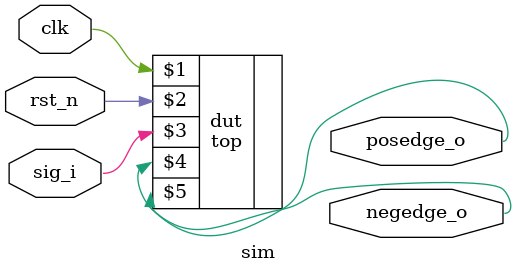
<source format=v>
module sim(clk,rst_n,sig_i,posedge_o,negedge_o);
    input clk,rst_n,sig_i;
    output posedge_o,negedge_o;

    top dut(clk,rst_n,sig_i,posedge_o,negedge_o); 
    initial 
        begin
            $dumpfile("sim.vcd");
            $dumpvars(0,sim);
            #1;
        end
endmodule
</source>
